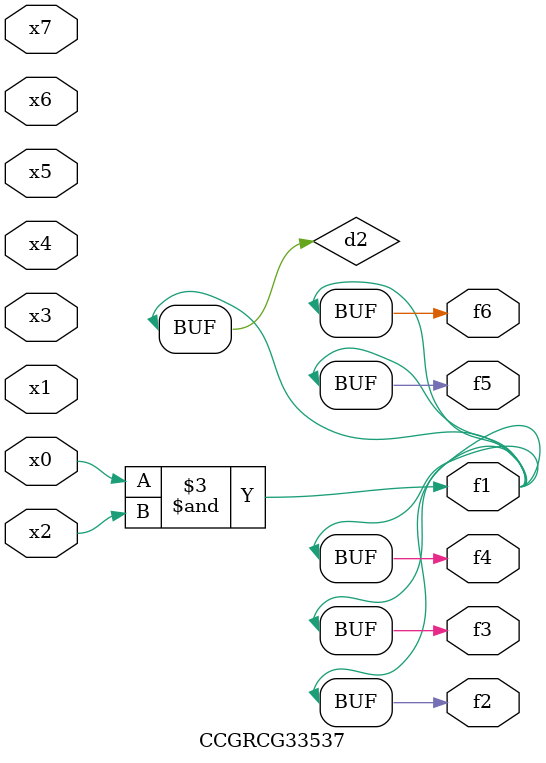
<source format=v>
module CCGRCG33537(
	input x0, x1, x2, x3, x4, x5, x6, x7,
	output f1, f2, f3, f4, f5, f6
);

	wire d1, d2;

	nor (d1, x3, x6);
	and (d2, x0, x2);
	assign f1 = d2;
	assign f2 = d2;
	assign f3 = d2;
	assign f4 = d2;
	assign f5 = d2;
	assign f6 = d2;
endmodule

</source>
